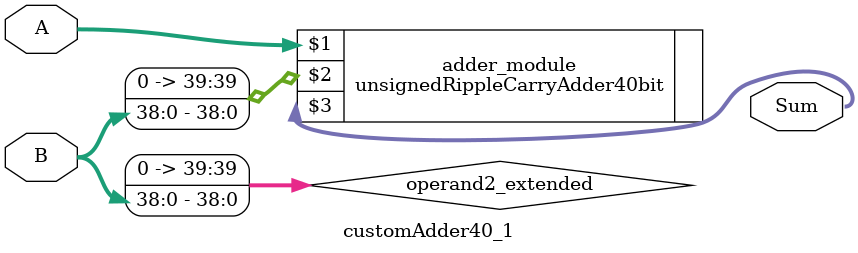
<source format=v>
module customAdder40_1(
                        input [39 : 0] A,
                        input [38 : 0] B,
                        
                        output [40 : 0] Sum
                );

        wire [39 : 0] operand2_extended;
        
        assign operand2_extended =  {1'b0, B};
        
        unsignedRippleCarryAdder40bit adder_module(
            A,
            operand2_extended,
            Sum
        );
        
        endmodule
        
</source>
